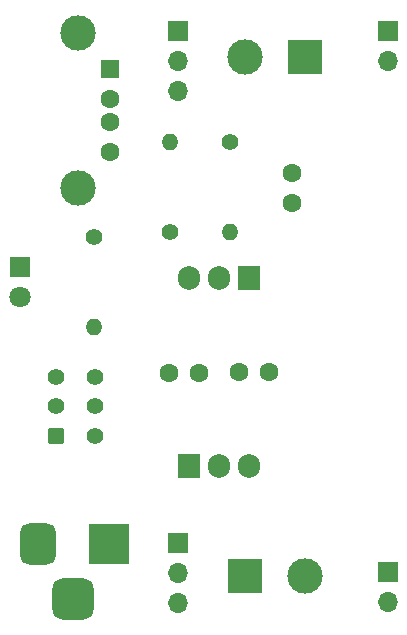
<source format=gts>
%TF.GenerationSoftware,KiCad,Pcbnew,8.0.8*%
%TF.CreationDate,2025-01-22T22:14:07-04:00*%
%TF.ProjectId,Breadboard-3.3V-5V-power-supply,42726561-6462-46f6-9172-642d332e3356,1*%
%TF.SameCoordinates,Original*%
%TF.FileFunction,Soldermask,Top*%
%TF.FilePolarity,Negative*%
%FSLAX46Y46*%
G04 Gerber Fmt 4.6, Leading zero omitted, Abs format (unit mm)*
G04 Created by KiCad (PCBNEW 8.0.8) date 2025-01-22 22:14:07*
%MOMM*%
%LPD*%
G01*
G04 APERTURE LIST*
G04 Aperture macros list*
%AMRoundRect*
0 Rectangle with rounded corners*
0 $1 Rounding radius*
0 $2 $3 $4 $5 $6 $7 $8 $9 X,Y pos of 4 corners*
0 Add a 4 corners polygon primitive as box body*
4,1,4,$2,$3,$4,$5,$6,$7,$8,$9,$2,$3,0*
0 Add four circle primitives for the rounded corners*
1,1,$1+$1,$2,$3*
1,1,$1+$1,$4,$5*
1,1,$1+$1,$6,$7*
1,1,$1+$1,$8,$9*
0 Add four rect primitives between the rounded corners*
20,1,$1+$1,$2,$3,$4,$5,0*
20,1,$1+$1,$4,$5,$6,$7,0*
20,1,$1+$1,$6,$7,$8,$9,0*
20,1,$1+$1,$8,$9,$2,$3,0*%
G04 Aperture macros list end*
%ADD10R,1.800000X1.800000*%
%ADD11C,1.800000*%
%ADD12C,1.400000*%
%ADD13O,1.400000X1.400000*%
%ADD14R,1.700000X1.700000*%
%ADD15O,1.700000X1.700000*%
%ADD16R,1.500000X1.600000*%
%ADD17C,1.600000*%
%ADD18C,3.000000*%
%ADD19R,1.905000X2.000000*%
%ADD20O,1.905000X2.000000*%
%ADD21RoundRect,0.250000X0.450000X-0.450000X0.450000X0.450000X-0.450000X0.450000X-0.450000X-0.450000X0*%
%ADD22R,3.000000X3.000000*%
%ADD23R,3.500000X3.500000*%
%ADD24RoundRect,0.750000X-0.750000X-1.000000X0.750000X-1.000000X0.750000X1.000000X-0.750000X1.000000X0*%
%ADD25RoundRect,0.875000X-0.875000X-0.875000X0.875000X-0.875000X0.875000X0.875000X-0.875000X0.875000X0*%
G04 APERTURE END LIST*
D10*
%TO.C,D1*%
X135310400Y-93570400D03*
D11*
X135310400Y-96110400D03*
%TD*%
D12*
%TO.C,R2*%
X147985000Y-90654400D03*
D13*
X147985000Y-83034400D03*
%TD*%
D14*
%TO.C,J6*%
X148620000Y-116932600D03*
D15*
X148620000Y-119472600D03*
X148620000Y-122012600D03*
%TD*%
D16*
%TO.C,J1*%
X142926400Y-76840200D03*
D17*
X142926400Y-79340200D03*
X142926400Y-81340200D03*
X142926400Y-83840200D03*
D18*
X140216400Y-73770200D03*
X140216400Y-86910200D03*
%TD*%
D19*
%TO.C,U1*%
X154665200Y-94540600D03*
D20*
X152125200Y-94540600D03*
X149585200Y-94540600D03*
%TD*%
D19*
%TO.C,U2*%
X149585200Y-110466400D03*
D20*
X152125200Y-110466400D03*
X154665200Y-110466400D03*
%TD*%
D17*
%TO.C,C3*%
X158348200Y-85650600D03*
X158348200Y-88150600D03*
%TD*%
D12*
%TO.C,R1*%
X141545400Y-91035400D03*
D13*
X141545400Y-98655400D03*
%TD*%
D21*
%TO.C,SW1*%
X138345400Y-107897200D03*
D12*
X138345400Y-105397200D03*
X138345400Y-102897200D03*
X141645400Y-102897200D03*
X141645400Y-105397200D03*
X141645400Y-107897200D03*
%TD*%
D22*
%TO.C,J8*%
X154335000Y-119782600D03*
D18*
X159415000Y-119782600D03*
%TD*%
D14*
%TO.C,J3*%
X148620000Y-73636400D03*
D15*
X148620000Y-76176400D03*
X148620000Y-78716400D03*
%TD*%
D14*
%TO.C,J4*%
X166400000Y-73636400D03*
D15*
X166400000Y-76176400D03*
%TD*%
D14*
%TO.C,J7*%
X166400000Y-119432600D03*
D15*
X166400000Y-121972600D03*
%TD*%
D12*
%TO.C,R3*%
X153065000Y-83034400D03*
D13*
X153065000Y-90654400D03*
%TD*%
D22*
%TO.C,J5*%
X159415000Y-75836400D03*
D18*
X154335000Y-75836400D03*
%TD*%
D23*
%TO.C,J2*%
X142800600Y-117032600D03*
D24*
X136800600Y-117032600D03*
D25*
X139800600Y-121732600D03*
%TD*%
D17*
%TO.C,C1*%
X147923400Y-102617800D03*
X150423400Y-102617800D03*
%TD*%
%TO.C,C2*%
X156323400Y-102516200D03*
X153823400Y-102516200D03*
%TD*%
M02*

</source>
